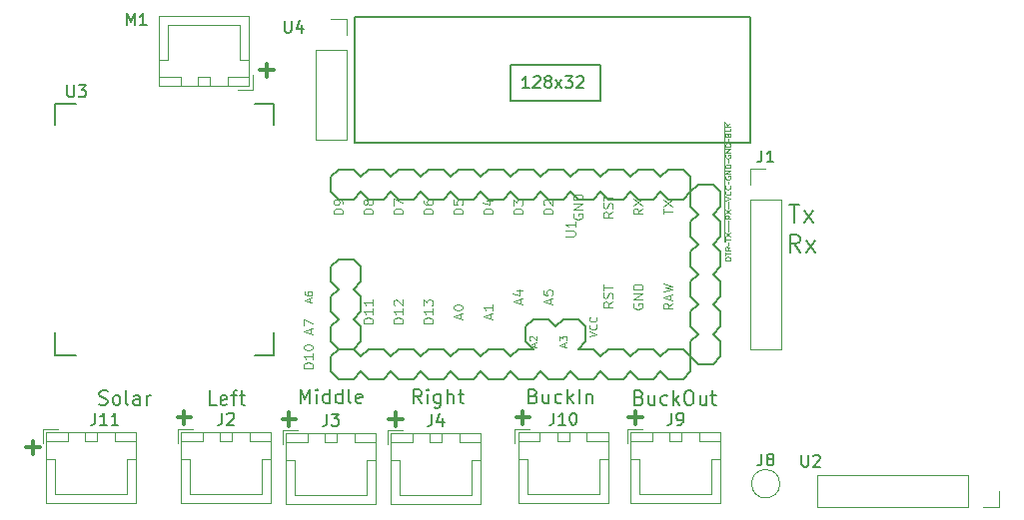
<source format=gbr>
G04 #@! TF.GenerationSoftware,KiCad,Pcbnew,5.0.2-bee76a0~70~ubuntu18.04.1*
G04 #@! TF.CreationDate,2020-05-13T22:27:55-07:00*
G04 #@! TF.ProjectId,auto-chicken-coop-door,6175746f-2d63-4686-9963-6b656e2d636f,rev?*
G04 #@! TF.SameCoordinates,Original*
G04 #@! TF.FileFunction,Legend,Top*
G04 #@! TF.FilePolarity,Positive*
%FSLAX46Y46*%
G04 Gerber Fmt 4.6, Leading zero omitted, Abs format (unit mm)*
G04 Created by KiCad (PCBNEW 5.0.2-bee76a0~70~ubuntu18.04.1) date Wed 13 May 2020 10:27:55 PM PDT*
%MOMM*%
%LPD*%
G01*
G04 APERTURE LIST*
%ADD10C,0.200000*%
%ADD11C,0.300000*%
%ADD12C,0.120000*%
%ADD13C,0.150000*%
%ADD14C,0.127000*%
%ADD15C,0.015000*%
G04 APERTURE END LIST*
D10*
X184226571Y-108245285D02*
X184398000Y-108302428D01*
X184455142Y-108359571D01*
X184512285Y-108473857D01*
X184512285Y-108645285D01*
X184455142Y-108759571D01*
X184398000Y-108816714D01*
X184283714Y-108873857D01*
X183826571Y-108873857D01*
X183826571Y-107673857D01*
X184226571Y-107673857D01*
X184340857Y-107731000D01*
X184398000Y-107788142D01*
X184455142Y-107902428D01*
X184455142Y-108016714D01*
X184398000Y-108131000D01*
X184340857Y-108188142D01*
X184226571Y-108245285D01*
X183826571Y-108245285D01*
X185540857Y-108073857D02*
X185540857Y-108873857D01*
X185026571Y-108073857D02*
X185026571Y-108702428D01*
X185083714Y-108816714D01*
X185198000Y-108873857D01*
X185369428Y-108873857D01*
X185483714Y-108816714D01*
X185540857Y-108759571D01*
X186626571Y-108816714D02*
X186512285Y-108873857D01*
X186283714Y-108873857D01*
X186169428Y-108816714D01*
X186112285Y-108759571D01*
X186055142Y-108645285D01*
X186055142Y-108302428D01*
X186112285Y-108188142D01*
X186169428Y-108131000D01*
X186283714Y-108073857D01*
X186512285Y-108073857D01*
X186626571Y-108131000D01*
X187140857Y-108873857D02*
X187140857Y-107673857D01*
X187255142Y-108416714D02*
X187598000Y-108873857D01*
X187598000Y-108073857D02*
X187140857Y-108531000D01*
X188340857Y-107673857D02*
X188569428Y-107673857D01*
X188683714Y-107731000D01*
X188798000Y-107845285D01*
X188855142Y-108073857D01*
X188855142Y-108473857D01*
X188798000Y-108702428D01*
X188683714Y-108816714D01*
X188569428Y-108873857D01*
X188340857Y-108873857D01*
X188226571Y-108816714D01*
X188112285Y-108702428D01*
X188055142Y-108473857D01*
X188055142Y-108073857D01*
X188112285Y-107845285D01*
X188226571Y-107731000D01*
X188340857Y-107673857D01*
X189883714Y-108073857D02*
X189883714Y-108873857D01*
X189369428Y-108073857D02*
X189369428Y-108702428D01*
X189426571Y-108816714D01*
X189540857Y-108873857D01*
X189712285Y-108873857D01*
X189826571Y-108816714D01*
X189883714Y-108759571D01*
X190283714Y-108073857D02*
X190740857Y-108073857D01*
X190455142Y-107673857D02*
X190455142Y-108702428D01*
X190512285Y-108816714D01*
X190626571Y-108873857D01*
X190740857Y-108873857D01*
X175260285Y-108118285D02*
X175431714Y-108175428D01*
X175488857Y-108232571D01*
X175546000Y-108346857D01*
X175546000Y-108518285D01*
X175488857Y-108632571D01*
X175431714Y-108689714D01*
X175317428Y-108746857D01*
X174860285Y-108746857D01*
X174860285Y-107546857D01*
X175260285Y-107546857D01*
X175374571Y-107604000D01*
X175431714Y-107661142D01*
X175488857Y-107775428D01*
X175488857Y-107889714D01*
X175431714Y-108004000D01*
X175374571Y-108061142D01*
X175260285Y-108118285D01*
X174860285Y-108118285D01*
X176574571Y-107946857D02*
X176574571Y-108746857D01*
X176060285Y-107946857D02*
X176060285Y-108575428D01*
X176117428Y-108689714D01*
X176231714Y-108746857D01*
X176403142Y-108746857D01*
X176517428Y-108689714D01*
X176574571Y-108632571D01*
X177660285Y-108689714D02*
X177546000Y-108746857D01*
X177317428Y-108746857D01*
X177203142Y-108689714D01*
X177146000Y-108632571D01*
X177088857Y-108518285D01*
X177088857Y-108175428D01*
X177146000Y-108061142D01*
X177203142Y-108004000D01*
X177317428Y-107946857D01*
X177546000Y-107946857D01*
X177660285Y-108004000D01*
X178174571Y-108746857D02*
X178174571Y-107546857D01*
X178288857Y-108289714D02*
X178631714Y-108746857D01*
X178631714Y-107946857D02*
X178174571Y-108404000D01*
X179146000Y-108746857D02*
X179146000Y-107546857D01*
X179717428Y-107946857D02*
X179717428Y-108746857D01*
X179717428Y-108061142D02*
X179774571Y-108004000D01*
X179888857Y-107946857D01*
X180060285Y-107946857D01*
X180174571Y-108004000D01*
X180231714Y-108118285D01*
X180231714Y-108746857D01*
X138474714Y-108816714D02*
X138646142Y-108873857D01*
X138931857Y-108873857D01*
X139046142Y-108816714D01*
X139103285Y-108759571D01*
X139160428Y-108645285D01*
X139160428Y-108531000D01*
X139103285Y-108416714D01*
X139046142Y-108359571D01*
X138931857Y-108302428D01*
X138703285Y-108245285D01*
X138589000Y-108188142D01*
X138531857Y-108131000D01*
X138474714Y-108016714D01*
X138474714Y-107902428D01*
X138531857Y-107788142D01*
X138589000Y-107731000D01*
X138703285Y-107673857D01*
X138989000Y-107673857D01*
X139160428Y-107731000D01*
X139846142Y-108873857D02*
X139731857Y-108816714D01*
X139674714Y-108759571D01*
X139617571Y-108645285D01*
X139617571Y-108302428D01*
X139674714Y-108188142D01*
X139731857Y-108131000D01*
X139846142Y-108073857D01*
X140017571Y-108073857D01*
X140131857Y-108131000D01*
X140189000Y-108188142D01*
X140246142Y-108302428D01*
X140246142Y-108645285D01*
X140189000Y-108759571D01*
X140131857Y-108816714D01*
X140017571Y-108873857D01*
X139846142Y-108873857D01*
X140931857Y-108873857D02*
X140817571Y-108816714D01*
X140760428Y-108702428D01*
X140760428Y-107673857D01*
X141903285Y-108873857D02*
X141903285Y-108245285D01*
X141846142Y-108131000D01*
X141731857Y-108073857D01*
X141503285Y-108073857D01*
X141389000Y-108131000D01*
X141903285Y-108816714D02*
X141789000Y-108873857D01*
X141503285Y-108873857D01*
X141389000Y-108816714D01*
X141331857Y-108702428D01*
X141331857Y-108588142D01*
X141389000Y-108473857D01*
X141503285Y-108416714D01*
X141789000Y-108416714D01*
X141903285Y-108359571D01*
X142474714Y-108873857D02*
X142474714Y-108073857D01*
X142474714Y-108302428D02*
X142531857Y-108188142D01*
X142589000Y-108131000D01*
X142703285Y-108073857D01*
X142817571Y-108073857D01*
X165789142Y-108746857D02*
X165389142Y-108175428D01*
X165103428Y-108746857D02*
X165103428Y-107546857D01*
X165560571Y-107546857D01*
X165674857Y-107604000D01*
X165732000Y-107661142D01*
X165789142Y-107775428D01*
X165789142Y-107946857D01*
X165732000Y-108061142D01*
X165674857Y-108118285D01*
X165560571Y-108175428D01*
X165103428Y-108175428D01*
X166303428Y-108746857D02*
X166303428Y-107946857D01*
X166303428Y-107546857D02*
X166246285Y-107604000D01*
X166303428Y-107661142D01*
X166360571Y-107604000D01*
X166303428Y-107546857D01*
X166303428Y-107661142D01*
X167389142Y-107946857D02*
X167389142Y-108918285D01*
X167332000Y-109032571D01*
X167274857Y-109089714D01*
X167160571Y-109146857D01*
X166989142Y-109146857D01*
X166874857Y-109089714D01*
X167389142Y-108689714D02*
X167274857Y-108746857D01*
X167046285Y-108746857D01*
X166932000Y-108689714D01*
X166874857Y-108632571D01*
X166817714Y-108518285D01*
X166817714Y-108175428D01*
X166874857Y-108061142D01*
X166932000Y-108004000D01*
X167046285Y-107946857D01*
X167274857Y-107946857D01*
X167389142Y-108004000D01*
X167960571Y-108746857D02*
X167960571Y-107546857D01*
X168474857Y-108746857D02*
X168474857Y-108118285D01*
X168417714Y-108004000D01*
X168303428Y-107946857D01*
X168132000Y-107946857D01*
X168017714Y-108004000D01*
X167960571Y-108061142D01*
X168874857Y-107946857D02*
X169332000Y-107946857D01*
X169046285Y-107546857D02*
X169046285Y-108575428D01*
X169103428Y-108689714D01*
X169217714Y-108746857D01*
X169332000Y-108746857D01*
X155515000Y-108746857D02*
X155515000Y-107546857D01*
X155915000Y-108404000D01*
X156315000Y-107546857D01*
X156315000Y-108746857D01*
X156886428Y-108746857D02*
X156886428Y-107946857D01*
X156886428Y-107546857D02*
X156829285Y-107604000D01*
X156886428Y-107661142D01*
X156943571Y-107604000D01*
X156886428Y-107546857D01*
X156886428Y-107661142D01*
X157972142Y-108746857D02*
X157972142Y-107546857D01*
X157972142Y-108689714D02*
X157857857Y-108746857D01*
X157629285Y-108746857D01*
X157515000Y-108689714D01*
X157457857Y-108632571D01*
X157400714Y-108518285D01*
X157400714Y-108175428D01*
X157457857Y-108061142D01*
X157515000Y-108004000D01*
X157629285Y-107946857D01*
X157857857Y-107946857D01*
X157972142Y-108004000D01*
X159057857Y-108746857D02*
X159057857Y-107546857D01*
X159057857Y-108689714D02*
X158943571Y-108746857D01*
X158715000Y-108746857D01*
X158600714Y-108689714D01*
X158543571Y-108632571D01*
X158486428Y-108518285D01*
X158486428Y-108175428D01*
X158543571Y-108061142D01*
X158600714Y-108004000D01*
X158715000Y-107946857D01*
X158943571Y-107946857D01*
X159057857Y-108004000D01*
X159800714Y-108746857D02*
X159686428Y-108689714D01*
X159629285Y-108575428D01*
X159629285Y-107546857D01*
X160715000Y-108689714D02*
X160600714Y-108746857D01*
X160372142Y-108746857D01*
X160257857Y-108689714D01*
X160200714Y-108575428D01*
X160200714Y-108118285D01*
X160257857Y-108004000D01*
X160372142Y-107946857D01*
X160600714Y-107946857D01*
X160715000Y-108004000D01*
X160772142Y-108118285D01*
X160772142Y-108232571D01*
X160200714Y-108346857D01*
X148396428Y-108873857D02*
X147825000Y-108873857D01*
X147825000Y-107673857D01*
X149253571Y-108816714D02*
X149139285Y-108873857D01*
X148910714Y-108873857D01*
X148796428Y-108816714D01*
X148739285Y-108702428D01*
X148739285Y-108245285D01*
X148796428Y-108131000D01*
X148910714Y-108073857D01*
X149139285Y-108073857D01*
X149253571Y-108131000D01*
X149310714Y-108245285D01*
X149310714Y-108359571D01*
X148739285Y-108473857D01*
X149653571Y-108073857D02*
X150110714Y-108073857D01*
X149825000Y-108873857D02*
X149825000Y-107845285D01*
X149882142Y-107731000D01*
X149996428Y-107673857D01*
X150110714Y-107673857D01*
X150339285Y-108073857D02*
X150796428Y-108073857D01*
X150510714Y-107673857D02*
X150510714Y-108702428D01*
X150567857Y-108816714D01*
X150682142Y-108873857D01*
X150796428Y-108873857D01*
X197850142Y-95928571D02*
X197350142Y-95214285D01*
X196993000Y-95928571D02*
X196993000Y-94428571D01*
X197564428Y-94428571D01*
X197707285Y-94500000D01*
X197778714Y-94571428D01*
X197850142Y-94714285D01*
X197850142Y-94928571D01*
X197778714Y-95071428D01*
X197707285Y-95142857D01*
X197564428Y-95214285D01*
X196993000Y-95214285D01*
X198350142Y-95928571D02*
X199135857Y-94928571D01*
X198350142Y-94928571D02*
X199135857Y-95928571D01*
X196957285Y-91888571D02*
X197814428Y-91888571D01*
X197385857Y-93388571D02*
X197385857Y-91888571D01*
X198171571Y-93388571D02*
X198957285Y-92388571D01*
X198171571Y-92388571D02*
X198957285Y-93388571D01*
D11*
X183324571Y-109962142D02*
X184467428Y-109962142D01*
X183896000Y-110533571D02*
X183896000Y-109390714D01*
X173799571Y-109962142D02*
X174942428Y-109962142D01*
X174371000Y-110533571D02*
X174371000Y-109390714D01*
X163004571Y-110089142D02*
X164147428Y-110089142D01*
X163576000Y-110660571D02*
X163576000Y-109517714D01*
X153987571Y-110089142D02*
X155130428Y-110089142D01*
X154559000Y-110660571D02*
X154559000Y-109517714D01*
X145097571Y-109962142D02*
X146240428Y-109962142D01*
X145669000Y-110533571D02*
X145669000Y-109390714D01*
X132270571Y-112502142D02*
X133413428Y-112502142D01*
X132842000Y-113073571D02*
X132842000Y-111930714D01*
X152082571Y-80498142D02*
X153225428Y-80498142D01*
X152654000Y-81069571D02*
X152654000Y-79926714D01*
D12*
G04 #@! TO.C,J1*
X193615000Y-104200000D02*
X196275000Y-104200000D01*
X193615000Y-91440000D02*
X193615000Y-104200000D01*
X196275000Y-91440000D02*
X196275000Y-104200000D01*
X193615000Y-91440000D02*
X196275000Y-91440000D01*
X193615000Y-90170000D02*
X193615000Y-88840000D01*
X193615000Y-88840000D02*
X194945000Y-88840000D01*
G04 #@! TO.C,J9*
X183495000Y-111205000D02*
X183495000Y-117175000D01*
X183495000Y-117175000D02*
X191115000Y-117175000D01*
X191115000Y-117175000D02*
X191115000Y-111205000D01*
X191115000Y-111205000D02*
X183495000Y-111205000D01*
X186805000Y-111215000D02*
X186805000Y-111965000D01*
X186805000Y-111965000D02*
X187805000Y-111965000D01*
X187805000Y-111965000D02*
X187805000Y-111215000D01*
X187805000Y-111215000D02*
X186805000Y-111215000D01*
X183505000Y-111215000D02*
X183505000Y-111965000D01*
X183505000Y-111965000D02*
X185305000Y-111965000D01*
X185305000Y-111965000D02*
X185305000Y-111215000D01*
X185305000Y-111215000D02*
X183505000Y-111215000D01*
X189305000Y-111215000D02*
X189305000Y-111965000D01*
X189305000Y-111965000D02*
X191105000Y-111965000D01*
X191105000Y-111965000D02*
X191105000Y-111215000D01*
X191105000Y-111215000D02*
X189305000Y-111215000D01*
X183505000Y-113465000D02*
X184255000Y-113465000D01*
X184255000Y-113465000D02*
X184255000Y-116415000D01*
X184255000Y-116415000D02*
X187305000Y-116415000D01*
X191105000Y-113465000D02*
X190355000Y-113465000D01*
X190355000Y-113465000D02*
X190355000Y-116415000D01*
X190355000Y-116415000D02*
X187305000Y-116415000D01*
X184455000Y-110915000D02*
X183205000Y-110915000D01*
X183205000Y-110915000D02*
X183205000Y-112165000D01*
G04 #@! TO.C,J11*
X133675000Y-110915000D02*
X133675000Y-112165000D01*
X134925000Y-110915000D02*
X133675000Y-110915000D01*
X140825000Y-116415000D02*
X137775000Y-116415000D01*
X140825000Y-113465000D02*
X140825000Y-116415000D01*
X141575000Y-113465000D02*
X140825000Y-113465000D01*
X134725000Y-116415000D02*
X137775000Y-116415000D01*
X134725000Y-113465000D02*
X134725000Y-116415000D01*
X133975000Y-113465000D02*
X134725000Y-113465000D01*
X141575000Y-111215000D02*
X139775000Y-111215000D01*
X141575000Y-111965000D02*
X141575000Y-111215000D01*
X139775000Y-111965000D02*
X141575000Y-111965000D01*
X139775000Y-111215000D02*
X139775000Y-111965000D01*
X135775000Y-111215000D02*
X133975000Y-111215000D01*
X135775000Y-111965000D02*
X135775000Y-111215000D01*
X133975000Y-111965000D02*
X135775000Y-111965000D01*
X133975000Y-111215000D02*
X133975000Y-111965000D01*
X138275000Y-111215000D02*
X137275000Y-111215000D01*
X138275000Y-111965000D02*
X138275000Y-111215000D01*
X137275000Y-111965000D02*
X138275000Y-111965000D01*
X137275000Y-111215000D02*
X137275000Y-111965000D01*
X141585000Y-111205000D02*
X133965000Y-111205000D01*
X141585000Y-117175000D02*
X141585000Y-111205000D01*
X133965000Y-117175000D02*
X141585000Y-117175000D01*
X133965000Y-111205000D02*
X133965000Y-117175000D01*
G04 #@! TO.C,J10*
X173970000Y-111205000D02*
X173970000Y-117175000D01*
X173970000Y-117175000D02*
X181590000Y-117175000D01*
X181590000Y-117175000D02*
X181590000Y-111205000D01*
X181590000Y-111205000D02*
X173970000Y-111205000D01*
X177280000Y-111215000D02*
X177280000Y-111965000D01*
X177280000Y-111965000D02*
X178280000Y-111965000D01*
X178280000Y-111965000D02*
X178280000Y-111215000D01*
X178280000Y-111215000D02*
X177280000Y-111215000D01*
X173980000Y-111215000D02*
X173980000Y-111965000D01*
X173980000Y-111965000D02*
X175780000Y-111965000D01*
X175780000Y-111965000D02*
X175780000Y-111215000D01*
X175780000Y-111215000D02*
X173980000Y-111215000D01*
X179780000Y-111215000D02*
X179780000Y-111965000D01*
X179780000Y-111965000D02*
X181580000Y-111965000D01*
X181580000Y-111965000D02*
X181580000Y-111215000D01*
X181580000Y-111215000D02*
X179780000Y-111215000D01*
X173980000Y-113465000D02*
X174730000Y-113465000D01*
X174730000Y-113465000D02*
X174730000Y-116415000D01*
X174730000Y-116415000D02*
X177780000Y-116415000D01*
X181580000Y-113465000D02*
X180830000Y-113465000D01*
X180830000Y-113465000D02*
X180830000Y-116415000D01*
X180830000Y-116415000D02*
X177780000Y-116415000D01*
X174930000Y-110915000D02*
X173680000Y-110915000D01*
X173680000Y-110915000D02*
X173680000Y-112165000D01*
G04 #@! TO.C,J8*
X196145000Y-115570000D02*
G75*
G03X196145000Y-115570000I-1200000J0D01*
G01*
G04 #@! TO.C,U2*
X212090000Y-114875000D02*
X212090000Y-117535000D01*
X212090000Y-114875000D02*
X199330000Y-114875000D01*
X199330000Y-114875000D02*
X199330000Y-117535000D01*
X212090000Y-117535000D02*
X199330000Y-117535000D01*
X214690000Y-117535000D02*
X213360000Y-117535000D01*
X214690000Y-116205000D02*
X214690000Y-117535000D01*
D13*
G04 #@! TO.C,U3*
X134747000Y-85090000D02*
X134747000Y-83312000D01*
X134747000Y-83312000D02*
X136525000Y-83312000D01*
X134747000Y-102743000D02*
X134747000Y-104648000D01*
X134747000Y-104648000D02*
X136525000Y-104648000D01*
X151638000Y-104648000D02*
X153289000Y-104648000D01*
X153289000Y-104648000D02*
X153289000Y-102743000D01*
X151638000Y-83312000D02*
X153289000Y-83312000D01*
X153289000Y-83312000D02*
X153289000Y-85090000D01*
D12*
G04 #@! TO.C,M1*
X151150000Y-81835000D02*
X151150000Y-75865000D01*
X151150000Y-75865000D02*
X143530000Y-75865000D01*
X143530000Y-75865000D02*
X143530000Y-81835000D01*
X143530000Y-81835000D02*
X151150000Y-81835000D01*
X147840000Y-81825000D02*
X147840000Y-81075000D01*
X147840000Y-81075000D02*
X146840000Y-81075000D01*
X146840000Y-81075000D02*
X146840000Y-81825000D01*
X146840000Y-81825000D02*
X147840000Y-81825000D01*
X151140000Y-81825000D02*
X151140000Y-81075000D01*
X151140000Y-81075000D02*
X149340000Y-81075000D01*
X149340000Y-81075000D02*
X149340000Y-81825000D01*
X149340000Y-81825000D02*
X151140000Y-81825000D01*
X145340000Y-81825000D02*
X145340000Y-81075000D01*
X145340000Y-81075000D02*
X143540000Y-81075000D01*
X143540000Y-81075000D02*
X143540000Y-81825000D01*
X143540000Y-81825000D02*
X145340000Y-81825000D01*
X151140000Y-79575000D02*
X150390000Y-79575000D01*
X150390000Y-79575000D02*
X150390000Y-76625000D01*
X150390000Y-76625000D02*
X147340000Y-76625000D01*
X143540000Y-79575000D02*
X144290000Y-79575000D01*
X144290000Y-79575000D02*
X144290000Y-76625000D01*
X144290000Y-76625000D02*
X147340000Y-76625000D01*
X150190000Y-82125000D02*
X151440000Y-82125000D01*
X151440000Y-82125000D02*
X151440000Y-80875000D01*
G04 #@! TO.C,J4*
X162885000Y-110996001D02*
X162885000Y-112246001D01*
X164135000Y-110996001D02*
X162885000Y-110996001D01*
X170035000Y-116496001D02*
X166985000Y-116496001D01*
X170035000Y-113546001D02*
X170035000Y-116496001D01*
X170785000Y-113546001D02*
X170035000Y-113546001D01*
X163935000Y-116496001D02*
X166985000Y-116496001D01*
X163935000Y-113546001D02*
X163935000Y-116496001D01*
X163185000Y-113546001D02*
X163935000Y-113546001D01*
X170785000Y-111296001D02*
X168985000Y-111296001D01*
X170785000Y-112046001D02*
X170785000Y-111296001D01*
X168985000Y-112046001D02*
X170785000Y-112046001D01*
X168985000Y-111296001D02*
X168985000Y-112046001D01*
X164985000Y-111296001D02*
X163185000Y-111296001D01*
X164985000Y-112046001D02*
X164985000Y-111296001D01*
X163185000Y-112046001D02*
X164985000Y-112046001D01*
X163185000Y-111296001D02*
X163185000Y-112046001D01*
X167485000Y-111296001D02*
X166485000Y-111296001D01*
X167485000Y-112046001D02*
X167485000Y-111296001D01*
X166485000Y-112046001D02*
X167485000Y-112046001D01*
X166485000Y-111296001D02*
X166485000Y-112046001D01*
X170795000Y-111286001D02*
X163175000Y-111286001D01*
X170795000Y-117256001D02*
X170795000Y-111286001D01*
X163175000Y-117256001D02*
X170795000Y-117256001D01*
X163175000Y-111286001D02*
X163175000Y-117256001D01*
G04 #@! TO.C,J3*
X154285000Y-111286001D02*
X154285000Y-117256001D01*
X154285000Y-117256001D02*
X161905000Y-117256001D01*
X161905000Y-117256001D02*
X161905000Y-111286001D01*
X161905000Y-111286001D02*
X154285000Y-111286001D01*
X157595000Y-111296001D02*
X157595000Y-112046001D01*
X157595000Y-112046001D02*
X158595000Y-112046001D01*
X158595000Y-112046001D02*
X158595000Y-111296001D01*
X158595000Y-111296001D02*
X157595000Y-111296001D01*
X154295000Y-111296001D02*
X154295000Y-112046001D01*
X154295000Y-112046001D02*
X156095000Y-112046001D01*
X156095000Y-112046001D02*
X156095000Y-111296001D01*
X156095000Y-111296001D02*
X154295000Y-111296001D01*
X160095000Y-111296001D02*
X160095000Y-112046001D01*
X160095000Y-112046001D02*
X161895000Y-112046001D01*
X161895000Y-112046001D02*
X161895000Y-111296001D01*
X161895000Y-111296001D02*
X160095000Y-111296001D01*
X154295000Y-113546001D02*
X155045000Y-113546001D01*
X155045000Y-113546001D02*
X155045000Y-116496001D01*
X155045000Y-116496001D02*
X158095000Y-116496001D01*
X161895000Y-113546001D02*
X161145000Y-113546001D01*
X161145000Y-113546001D02*
X161145000Y-116496001D01*
X161145000Y-116496001D02*
X158095000Y-116496001D01*
X155245000Y-110996001D02*
X153995000Y-110996001D01*
X153995000Y-110996001D02*
X153995000Y-112246001D01*
G04 #@! TO.C,J2*
X145395000Y-111205000D02*
X145395000Y-117175000D01*
X145395000Y-117175000D02*
X153015000Y-117175000D01*
X153015000Y-117175000D02*
X153015000Y-111205000D01*
X153015000Y-111205000D02*
X145395000Y-111205000D01*
X148705000Y-111215000D02*
X148705000Y-111965000D01*
X148705000Y-111965000D02*
X149705000Y-111965000D01*
X149705000Y-111965000D02*
X149705000Y-111215000D01*
X149705000Y-111215000D02*
X148705000Y-111215000D01*
X145405000Y-111215000D02*
X145405000Y-111965000D01*
X145405000Y-111965000D02*
X147205000Y-111965000D01*
X147205000Y-111965000D02*
X147205000Y-111215000D01*
X147205000Y-111215000D02*
X145405000Y-111215000D01*
X151205000Y-111215000D02*
X151205000Y-111965000D01*
X151205000Y-111965000D02*
X153005000Y-111965000D01*
X153005000Y-111965000D02*
X153005000Y-111215000D01*
X153005000Y-111215000D02*
X151205000Y-111215000D01*
X145405000Y-113465000D02*
X146155000Y-113465000D01*
X146155000Y-113465000D02*
X146155000Y-116415000D01*
X146155000Y-116415000D02*
X149205000Y-116415000D01*
X153005000Y-113465000D02*
X152255000Y-113465000D01*
X152255000Y-113465000D02*
X152255000Y-116415000D01*
X152255000Y-116415000D02*
X149205000Y-116415000D01*
X146355000Y-110915000D02*
X145105000Y-110915000D01*
X145105000Y-110915000D02*
X145105000Y-112165000D01*
G04 #@! TO.C,U4*
X156785000Y-78740000D02*
X159445000Y-78740000D01*
X156785000Y-78740000D02*
X156785000Y-86420000D01*
X156785000Y-86420000D02*
X159445000Y-86420000D01*
X159445000Y-78740000D02*
X159445000Y-86420000D01*
X159445000Y-76140000D02*
X159445000Y-77470000D01*
X158115000Y-76140000D02*
X159445000Y-76140000D01*
D13*
X160147000Y-75946000D02*
X193675000Y-75946000D01*
X193675000Y-75946000D02*
X193675000Y-86614000D01*
X193675000Y-86614000D02*
X160147000Y-86614000D01*
X160147000Y-86614000D02*
X160147000Y-75946000D01*
X173355000Y-80010000D02*
X180975000Y-80010000D01*
X180975000Y-80010000D02*
X180975000Y-83058000D01*
X180975000Y-83058000D02*
X173355000Y-83058000D01*
X173355000Y-83058000D02*
X173355000Y-80010000D01*
D14*
G04 #@! TO.C,U1*
X179070000Y-104140000D02*
X179705000Y-103505000D01*
X174625000Y-103505000D02*
X175260000Y-104140000D01*
X177165000Y-102235000D02*
X176530000Y-101600000D01*
X179705000Y-102235000D02*
X179070000Y-101600000D01*
X176530000Y-101600000D02*
X175260000Y-101600000D01*
X179070000Y-101600000D02*
X177800000Y-101600000D01*
X177800000Y-101600000D02*
X177165000Y-102235000D01*
X175260000Y-101600000D02*
X174625000Y-102235000D01*
X179705000Y-102235000D02*
X179705000Y-103505000D01*
X174625000Y-102235000D02*
X174625000Y-103505000D01*
X160020000Y-104140000D02*
X160655000Y-103505000D01*
X160020000Y-96520000D02*
X158750000Y-96520000D01*
X158115000Y-103505000D02*
X158115000Y-102235000D01*
X160655000Y-103505000D02*
X160655000Y-102235000D01*
X160655000Y-98425000D02*
X160655000Y-97155000D01*
X160655000Y-100965000D02*
X160655000Y-99695000D01*
X158750000Y-99060000D02*
X158115000Y-99695000D01*
X158750000Y-101600000D02*
X158115000Y-102235000D01*
X160020000Y-99060000D02*
X160655000Y-98425000D01*
X160020000Y-101600000D02*
X160655000Y-100965000D01*
X158115000Y-100965000D02*
X158115000Y-99695000D01*
X158115000Y-97155000D02*
X158115000Y-98425000D01*
X158750000Y-96520000D02*
X158115000Y-97155000D01*
X158115000Y-98425000D02*
X158750000Y-99060000D01*
X158115000Y-100965000D02*
X158750000Y-101600000D01*
X158115000Y-103505000D02*
X158750000Y-104140000D01*
X160655000Y-102235000D02*
X160020000Y-101600000D01*
X160655000Y-99695000D02*
X160020000Y-99060000D01*
X160655000Y-97155000D02*
X160020000Y-96520000D01*
X188595000Y-102235000D02*
X188595000Y-100965000D01*
X188595000Y-99695000D02*
X188595000Y-98425000D01*
X191135000Y-97155000D02*
X191135000Y-95885000D01*
X188595000Y-97155000D02*
X188595000Y-95885000D01*
X188595000Y-97155000D02*
X189230000Y-97790000D01*
X188595000Y-94615000D02*
X188595000Y-93345000D01*
X188595000Y-94615000D02*
X189230000Y-95250000D01*
X191135000Y-94615000D02*
X191135000Y-93345000D01*
X191135000Y-99695000D02*
X191135000Y-98425000D01*
X191135000Y-102235000D02*
X191135000Y-100965000D01*
X191135000Y-103505000D02*
X190500000Y-102870000D01*
X191135000Y-100965000D02*
X190500000Y-100330000D01*
X191135000Y-98425000D02*
X190500000Y-97790000D01*
X191135000Y-95885000D02*
X190500000Y-95250000D01*
X191135000Y-93345000D02*
X190500000Y-92710000D01*
X190500000Y-102870000D02*
X191135000Y-102235000D01*
X190500000Y-100330000D02*
X191135000Y-99695000D01*
X190500000Y-97790000D02*
X191135000Y-97155000D01*
X190500000Y-95250000D02*
X191135000Y-94615000D01*
X189230000Y-102870000D02*
X188595000Y-103505000D01*
X189230000Y-100330000D02*
X188595000Y-100965000D01*
X189230000Y-97790000D02*
X188595000Y-98425000D01*
X189230000Y-95250000D02*
X188595000Y-95885000D01*
X189230000Y-92710000D02*
X188595000Y-93345000D01*
X188595000Y-102235000D02*
X189230000Y-102870000D01*
X188595000Y-99695000D02*
X189230000Y-100330000D01*
X188595000Y-92075000D02*
X189230000Y-92710000D01*
X189230000Y-90170000D02*
X188595000Y-90805000D01*
X188595000Y-92075000D02*
X188595000Y-90805000D01*
X191135000Y-92075000D02*
X191135000Y-90805000D01*
X190500000Y-92710000D02*
X191135000Y-92075000D01*
X191135000Y-90805000D02*
X190500000Y-90170000D01*
X190500000Y-90170000D02*
X189230000Y-90170000D01*
X188595000Y-90805000D02*
X188595000Y-89535000D01*
X173990000Y-88900000D02*
X173355000Y-89535000D01*
X175260000Y-88900000D02*
X173990000Y-88900000D01*
X175895000Y-89535000D02*
X175260000Y-88900000D01*
X175260000Y-91440000D02*
X175895000Y-90805000D01*
X173990000Y-91440000D02*
X175260000Y-91440000D01*
X173355000Y-90805000D02*
X173990000Y-91440000D01*
X188595000Y-104775000D02*
X188595000Y-103505000D01*
X188595000Y-104775000D02*
X187960000Y-104140000D01*
X188595000Y-106045000D02*
X188595000Y-104775000D01*
X186690000Y-104140000D02*
X186055000Y-104775000D01*
X187960000Y-104140000D02*
X186690000Y-104140000D01*
X187960000Y-106680000D02*
X188595000Y-106045000D01*
X186690000Y-106680000D02*
X187960000Y-106680000D01*
X186055000Y-106045000D02*
X186690000Y-106680000D01*
X184150000Y-104140000D02*
X183515000Y-104775000D01*
X185420000Y-104140000D02*
X184150000Y-104140000D01*
X186055000Y-104775000D02*
X185420000Y-104140000D01*
X185420000Y-106680000D02*
X186055000Y-106045000D01*
X184150000Y-106680000D02*
X185420000Y-106680000D01*
X183515000Y-106045000D02*
X184150000Y-106680000D01*
X181610000Y-104140000D02*
X180975000Y-104775000D01*
X182880000Y-104140000D02*
X181610000Y-104140000D01*
X183515000Y-104775000D02*
X182880000Y-104140000D01*
X182880000Y-106680000D02*
X183515000Y-106045000D01*
X181610000Y-106680000D02*
X182880000Y-106680000D01*
X180975000Y-106045000D02*
X181610000Y-106680000D01*
X180340000Y-104140000D02*
X179070000Y-104140000D01*
X180975000Y-104775000D02*
X180340000Y-104140000D01*
X180340000Y-106680000D02*
X180975000Y-106045000D01*
X179070000Y-106680000D02*
X180340000Y-106680000D01*
X178435000Y-106045000D02*
X179070000Y-106680000D01*
X177800000Y-106680000D02*
X178435000Y-106045000D01*
X176530000Y-106680000D02*
X177800000Y-106680000D01*
X175895000Y-106045000D02*
X176530000Y-106680000D01*
X158750000Y-104140000D02*
X158115000Y-104775000D01*
X160020000Y-104140000D02*
X158750000Y-104140000D01*
X160655000Y-104775000D02*
X160020000Y-104140000D01*
X161290000Y-104140000D02*
X160655000Y-104775000D01*
X162560000Y-104140000D02*
X161290000Y-104140000D01*
X163195000Y-104775000D02*
X162560000Y-104140000D01*
X163830000Y-104140000D02*
X163195000Y-104775000D01*
X165100000Y-104140000D02*
X163830000Y-104140000D01*
X165735000Y-104775000D02*
X165100000Y-104140000D01*
X166370000Y-104140000D02*
X165735000Y-104775000D01*
X167640000Y-104140000D02*
X166370000Y-104140000D01*
X168275000Y-104775000D02*
X167640000Y-104140000D01*
X168910000Y-104140000D02*
X168275000Y-104775000D01*
X170180000Y-104140000D02*
X168910000Y-104140000D01*
X170815000Y-104775000D02*
X170180000Y-104140000D01*
X171450000Y-104140000D02*
X170815000Y-104775000D01*
X172720000Y-104140000D02*
X171450000Y-104140000D01*
X173355000Y-104775000D02*
X172720000Y-104140000D01*
X173990000Y-104140000D02*
X173355000Y-104775000D01*
X175260000Y-104140000D02*
X173990000Y-104140000D01*
X191135000Y-104775000D02*
X191135000Y-103505000D01*
X190500000Y-105410000D02*
X191135000Y-104775000D01*
X189230000Y-105410000D02*
X190500000Y-105410000D01*
X188595000Y-104775000D02*
X189230000Y-105410000D01*
X175260000Y-106680000D02*
X175895000Y-106045000D01*
X173990000Y-106680000D02*
X175260000Y-106680000D01*
X173355000Y-106045000D02*
X173990000Y-106680000D01*
X172720000Y-106680000D02*
X173355000Y-106045000D01*
X171450000Y-106680000D02*
X172720000Y-106680000D01*
X170815000Y-106045000D02*
X171450000Y-106680000D01*
X170180000Y-106680000D02*
X170815000Y-106045000D01*
X168910000Y-106680000D02*
X170180000Y-106680000D01*
X168275000Y-106045000D02*
X168910000Y-106680000D01*
X167640000Y-106680000D02*
X168275000Y-106045000D01*
X166370000Y-106680000D02*
X167640000Y-106680000D01*
X165735000Y-106045000D02*
X166370000Y-106680000D01*
X165100000Y-106680000D02*
X165735000Y-106045000D01*
X163830000Y-106680000D02*
X165100000Y-106680000D01*
X163195000Y-106045000D02*
X163830000Y-106680000D01*
X162560000Y-106680000D02*
X163195000Y-106045000D01*
X161290000Y-106680000D02*
X162560000Y-106680000D01*
X160655000Y-106045000D02*
X161290000Y-106680000D01*
X160020000Y-106680000D02*
X160655000Y-106045000D01*
X158750000Y-106680000D02*
X160020000Y-106680000D01*
X158115000Y-106045000D02*
X158750000Y-106680000D01*
X158115000Y-104775000D02*
X158115000Y-106045000D01*
X176530000Y-88900000D02*
X175895000Y-89535000D01*
X177800000Y-88900000D02*
X176530000Y-88900000D01*
X178435000Y-89535000D02*
X177800000Y-88900000D01*
X179070000Y-88900000D02*
X178435000Y-89535000D01*
X180340000Y-88900000D02*
X179070000Y-88900000D01*
X180975000Y-89535000D02*
X180340000Y-88900000D01*
X181610000Y-88900000D02*
X180975000Y-89535000D01*
X182880000Y-88900000D02*
X181610000Y-88900000D01*
X183515000Y-89535000D02*
X182880000Y-88900000D01*
X184150000Y-88900000D02*
X183515000Y-89535000D01*
X185420000Y-88900000D02*
X184150000Y-88900000D01*
X186055000Y-89535000D02*
X185420000Y-88900000D01*
X186690000Y-88900000D02*
X186055000Y-89535000D01*
X187960000Y-88900000D02*
X186690000Y-88900000D01*
X188595000Y-89535000D02*
X187960000Y-88900000D01*
X187960000Y-91440000D02*
X188595000Y-90805000D01*
X186690000Y-91440000D02*
X187960000Y-91440000D01*
X186055000Y-90805000D02*
X186690000Y-91440000D01*
X185420000Y-91440000D02*
X186055000Y-90805000D01*
X184150000Y-91440000D02*
X185420000Y-91440000D01*
X183515000Y-90805000D02*
X184150000Y-91440000D01*
X182880000Y-91440000D02*
X183515000Y-90805000D01*
X181610000Y-91440000D02*
X182880000Y-91440000D01*
X180975000Y-90805000D02*
X181610000Y-91440000D01*
X180340000Y-91440000D02*
X180975000Y-90805000D01*
X179070000Y-91440000D02*
X180340000Y-91440000D01*
X178435000Y-90805000D02*
X179070000Y-91440000D01*
X177800000Y-91440000D02*
X178435000Y-90805000D01*
X176530000Y-91440000D02*
X177800000Y-91440000D01*
X175895000Y-90805000D02*
X176530000Y-91440000D01*
X161290000Y-91440000D02*
X160655000Y-90805000D01*
X162560000Y-91440000D02*
X161290000Y-91440000D01*
X163195000Y-90805000D02*
X162560000Y-91440000D01*
X163830000Y-91440000D02*
X163195000Y-90805000D01*
X165100000Y-91440000D02*
X163830000Y-91440000D01*
X165735000Y-90805000D02*
X165100000Y-91440000D01*
X166370000Y-91440000D02*
X165735000Y-90805000D01*
X167640000Y-91440000D02*
X166370000Y-91440000D01*
X168275000Y-90805000D02*
X167640000Y-91440000D01*
X168910000Y-91440000D02*
X168275000Y-90805000D01*
X170180000Y-91440000D02*
X168910000Y-91440000D01*
X170815000Y-90805000D02*
X170180000Y-91440000D01*
X171450000Y-91440000D02*
X170815000Y-90805000D01*
X172720000Y-91440000D02*
X171450000Y-91440000D01*
X173355000Y-90805000D02*
X172720000Y-91440000D01*
X172720000Y-88900000D02*
X173355000Y-89535000D01*
X171450000Y-88900000D02*
X172720000Y-88900000D01*
X170815000Y-89535000D02*
X171450000Y-88900000D01*
X170180000Y-88900000D02*
X170815000Y-89535000D01*
X168910000Y-88900000D02*
X170180000Y-88900000D01*
X168275000Y-89535000D02*
X168910000Y-88900000D01*
X167640000Y-88900000D02*
X168275000Y-89535000D01*
X166370000Y-88900000D02*
X167640000Y-88900000D01*
X165735000Y-89535000D02*
X166370000Y-88900000D01*
X165100000Y-88900000D02*
X165735000Y-89535000D01*
X163830000Y-88900000D02*
X165100000Y-88900000D01*
X163195000Y-89535000D02*
X163830000Y-88900000D01*
X162560000Y-88900000D02*
X163195000Y-89535000D01*
X161290000Y-88900000D02*
X162560000Y-88900000D01*
X160655000Y-89535000D02*
X161290000Y-88900000D01*
X160020000Y-91440000D02*
X158750000Y-91440000D01*
X160655000Y-90805000D02*
X160020000Y-91440000D01*
X160020000Y-88900000D02*
X160655000Y-89535000D01*
X158750000Y-88900000D02*
X160020000Y-88900000D01*
X158115000Y-90805000D02*
X158750000Y-91440000D01*
X158115000Y-89535000D02*
X158750000Y-88900000D01*
X158115000Y-89535000D02*
X158115000Y-90805000D01*
G04 #@! TO.C,J1*
D13*
X194611666Y-87292380D02*
X194611666Y-88006666D01*
X194564047Y-88149523D01*
X194468809Y-88244761D01*
X194325952Y-88292380D01*
X194230714Y-88292380D01*
X195611666Y-88292380D02*
X195040238Y-88292380D01*
X195325952Y-88292380D02*
X195325952Y-87292380D01*
X195230714Y-87435238D01*
X195135476Y-87530476D01*
X195040238Y-87578095D01*
G04 #@! TO.C,J9*
X186971666Y-109567380D02*
X186971666Y-110281666D01*
X186924047Y-110424523D01*
X186828809Y-110519761D01*
X186685952Y-110567380D01*
X186590714Y-110567380D01*
X187495476Y-110567380D02*
X187685952Y-110567380D01*
X187781190Y-110519761D01*
X187828809Y-110472142D01*
X187924047Y-110329285D01*
X187971666Y-110138809D01*
X187971666Y-109757857D01*
X187924047Y-109662619D01*
X187876428Y-109615000D01*
X187781190Y-109567380D01*
X187590714Y-109567380D01*
X187495476Y-109615000D01*
X187447857Y-109662619D01*
X187400238Y-109757857D01*
X187400238Y-109995952D01*
X187447857Y-110091190D01*
X187495476Y-110138809D01*
X187590714Y-110186428D01*
X187781190Y-110186428D01*
X187876428Y-110138809D01*
X187924047Y-110091190D01*
X187971666Y-109995952D01*
G04 #@! TO.C,J11*
X138128476Y-109561380D02*
X138128476Y-110275666D01*
X138080857Y-110418523D01*
X137985619Y-110513761D01*
X137842761Y-110561380D01*
X137747523Y-110561380D01*
X139128476Y-110561380D02*
X138557047Y-110561380D01*
X138842761Y-110561380D02*
X138842761Y-109561380D01*
X138747523Y-109704238D01*
X138652285Y-109799476D01*
X138557047Y-109847095D01*
X140080857Y-110561380D02*
X139509428Y-110561380D01*
X139795142Y-110561380D02*
X139795142Y-109561380D01*
X139699904Y-109704238D01*
X139604666Y-109799476D01*
X139509428Y-109847095D01*
G04 #@! TO.C,J10*
X176970476Y-109567380D02*
X176970476Y-110281666D01*
X176922857Y-110424523D01*
X176827619Y-110519761D01*
X176684761Y-110567380D01*
X176589523Y-110567380D01*
X177970476Y-110567380D02*
X177399047Y-110567380D01*
X177684761Y-110567380D02*
X177684761Y-109567380D01*
X177589523Y-109710238D01*
X177494285Y-109805476D01*
X177399047Y-109853095D01*
X178589523Y-109567380D02*
X178684761Y-109567380D01*
X178780000Y-109615000D01*
X178827619Y-109662619D01*
X178875238Y-109757857D01*
X178922857Y-109948333D01*
X178922857Y-110186428D01*
X178875238Y-110376904D01*
X178827619Y-110472142D01*
X178780000Y-110519761D01*
X178684761Y-110567380D01*
X178589523Y-110567380D01*
X178494285Y-110519761D01*
X178446666Y-110472142D01*
X178399047Y-110376904D01*
X178351428Y-110186428D01*
X178351428Y-109948333D01*
X178399047Y-109757857D01*
X178446666Y-109662619D01*
X178494285Y-109615000D01*
X178589523Y-109567380D01*
G04 #@! TO.C,J8*
X194611666Y-113024380D02*
X194611666Y-113738666D01*
X194564047Y-113881523D01*
X194468809Y-113976761D01*
X194325952Y-114024380D01*
X194230714Y-114024380D01*
X195230714Y-113452952D02*
X195135476Y-113405333D01*
X195087857Y-113357714D01*
X195040238Y-113262476D01*
X195040238Y-113214857D01*
X195087857Y-113119619D01*
X195135476Y-113072000D01*
X195230714Y-113024380D01*
X195421190Y-113024380D01*
X195516428Y-113072000D01*
X195564047Y-113119619D01*
X195611666Y-113214857D01*
X195611666Y-113262476D01*
X195564047Y-113357714D01*
X195516428Y-113405333D01*
X195421190Y-113452952D01*
X195230714Y-113452952D01*
X195135476Y-113500571D01*
X195087857Y-113548190D01*
X195040238Y-113643428D01*
X195040238Y-113833904D01*
X195087857Y-113929142D01*
X195135476Y-113976761D01*
X195230714Y-114024380D01*
X195421190Y-114024380D01*
X195516428Y-113976761D01*
X195564047Y-113929142D01*
X195611666Y-113833904D01*
X195611666Y-113643428D01*
X195564047Y-113548190D01*
X195516428Y-113500571D01*
X195421190Y-113452952D01*
G04 #@! TO.C,U2*
X197993095Y-113117380D02*
X197993095Y-113926904D01*
X198040714Y-114022142D01*
X198088333Y-114069761D01*
X198183571Y-114117380D01*
X198374047Y-114117380D01*
X198469285Y-114069761D01*
X198516904Y-114022142D01*
X198564523Y-113926904D01*
X198564523Y-113117380D01*
X198993095Y-113212619D02*
X199040714Y-113165000D01*
X199135952Y-113117380D01*
X199374047Y-113117380D01*
X199469285Y-113165000D01*
X199516904Y-113212619D01*
X199564523Y-113307857D01*
X199564523Y-113403095D01*
X199516904Y-113545952D01*
X198945476Y-114117380D01*
X199564523Y-114117380D01*
G04 #@! TO.C,U3*
X135763095Y-81772380D02*
X135763095Y-82581904D01*
X135810714Y-82677142D01*
X135858333Y-82724761D01*
X135953571Y-82772380D01*
X136144047Y-82772380D01*
X136239285Y-82724761D01*
X136286904Y-82677142D01*
X136334523Y-82581904D01*
X136334523Y-81772380D01*
X136715476Y-81772380D02*
X137334523Y-81772380D01*
X137001190Y-82153333D01*
X137144047Y-82153333D01*
X137239285Y-82200952D01*
X137286904Y-82248571D01*
X137334523Y-82343809D01*
X137334523Y-82581904D01*
X137286904Y-82677142D01*
X137239285Y-82724761D01*
X137144047Y-82772380D01*
X136858333Y-82772380D01*
X136763095Y-82724761D01*
X136715476Y-82677142D01*
G04 #@! TO.C,M1*
X140795476Y-76652380D02*
X140795476Y-75652380D01*
X141128809Y-76366666D01*
X141462142Y-75652380D01*
X141462142Y-76652380D01*
X142462142Y-76652380D02*
X141890714Y-76652380D01*
X142176428Y-76652380D02*
X142176428Y-75652380D01*
X142081190Y-75795238D01*
X141985952Y-75890476D01*
X141890714Y-75938095D01*
G04 #@! TO.C,J4*
X166651666Y-109648381D02*
X166651666Y-110362667D01*
X166604047Y-110505524D01*
X166508809Y-110600762D01*
X166365952Y-110648381D01*
X166270714Y-110648381D01*
X167556428Y-109981715D02*
X167556428Y-110648381D01*
X167318333Y-109600762D02*
X167080238Y-110315048D01*
X167699285Y-110315048D01*
G04 #@! TO.C,J3*
X157761666Y-109648381D02*
X157761666Y-110362667D01*
X157714047Y-110505524D01*
X157618809Y-110600762D01*
X157475952Y-110648381D01*
X157380714Y-110648381D01*
X158142619Y-109648381D02*
X158761666Y-109648381D01*
X158428333Y-110029334D01*
X158571190Y-110029334D01*
X158666428Y-110076953D01*
X158714047Y-110124572D01*
X158761666Y-110219810D01*
X158761666Y-110457905D01*
X158714047Y-110553143D01*
X158666428Y-110600762D01*
X158571190Y-110648381D01*
X158285476Y-110648381D01*
X158190238Y-110600762D01*
X158142619Y-110553143D01*
G04 #@! TO.C,J2*
X148871666Y-109567380D02*
X148871666Y-110281666D01*
X148824047Y-110424523D01*
X148728809Y-110519761D01*
X148585952Y-110567380D01*
X148490714Y-110567380D01*
X149300238Y-109662619D02*
X149347857Y-109615000D01*
X149443095Y-109567380D01*
X149681190Y-109567380D01*
X149776428Y-109615000D01*
X149824047Y-109662619D01*
X149871666Y-109757857D01*
X149871666Y-109853095D01*
X149824047Y-109995952D01*
X149252619Y-110567380D01*
X149871666Y-110567380D01*
G04 #@! TO.C,U4*
X154178095Y-76287380D02*
X154178095Y-77096904D01*
X154225714Y-77192142D01*
X154273333Y-77239761D01*
X154368571Y-77287380D01*
X154559047Y-77287380D01*
X154654285Y-77239761D01*
X154701904Y-77192142D01*
X154749523Y-77096904D01*
X154749523Y-76287380D01*
X155654285Y-76620714D02*
X155654285Y-77287380D01*
X155416190Y-76239761D02*
X155178095Y-76954047D01*
X155797142Y-76954047D01*
X174887190Y-81986380D02*
X174315761Y-81986380D01*
X174601476Y-81986380D02*
X174601476Y-80986380D01*
X174506238Y-81129238D01*
X174411000Y-81224476D01*
X174315761Y-81272095D01*
X175268142Y-81081619D02*
X175315761Y-81034000D01*
X175411000Y-80986380D01*
X175649095Y-80986380D01*
X175744333Y-81034000D01*
X175791952Y-81081619D01*
X175839571Y-81176857D01*
X175839571Y-81272095D01*
X175791952Y-81414952D01*
X175220523Y-81986380D01*
X175839571Y-81986380D01*
X176411000Y-81414952D02*
X176315761Y-81367333D01*
X176268142Y-81319714D01*
X176220523Y-81224476D01*
X176220523Y-81176857D01*
X176268142Y-81081619D01*
X176315761Y-81034000D01*
X176411000Y-80986380D01*
X176601476Y-80986380D01*
X176696714Y-81034000D01*
X176744333Y-81081619D01*
X176791952Y-81176857D01*
X176791952Y-81224476D01*
X176744333Y-81319714D01*
X176696714Y-81367333D01*
X176601476Y-81414952D01*
X176411000Y-81414952D01*
X176315761Y-81462571D01*
X176268142Y-81510190D01*
X176220523Y-81605428D01*
X176220523Y-81795904D01*
X176268142Y-81891142D01*
X176315761Y-81938761D01*
X176411000Y-81986380D01*
X176601476Y-81986380D01*
X176696714Y-81938761D01*
X176744333Y-81891142D01*
X176791952Y-81795904D01*
X176791952Y-81605428D01*
X176744333Y-81510190D01*
X176696714Y-81462571D01*
X176601476Y-81414952D01*
X177125285Y-81986380D02*
X177649095Y-81319714D01*
X177125285Y-81319714D02*
X177649095Y-81986380D01*
X177934809Y-80986380D02*
X178553857Y-80986380D01*
X178220523Y-81367333D01*
X178363380Y-81367333D01*
X178458619Y-81414952D01*
X178506238Y-81462571D01*
X178553857Y-81557809D01*
X178553857Y-81795904D01*
X178506238Y-81891142D01*
X178458619Y-81938761D01*
X178363380Y-81986380D01*
X178077666Y-81986380D01*
X177982428Y-81938761D01*
X177934809Y-81891142D01*
X178934809Y-81081619D02*
X178982428Y-81034000D01*
X179077666Y-80986380D01*
X179315761Y-80986380D01*
X179411000Y-81034000D01*
X179458619Y-81081619D01*
X179506238Y-81176857D01*
X179506238Y-81272095D01*
X179458619Y-81414952D01*
X178887190Y-81986380D01*
X179506238Y-81986380D01*
G04 #@! TO.C,U1*
D15*
X178003803Y-94579925D02*
X178641224Y-94579925D01*
X178716215Y-94542430D01*
X178753710Y-94504934D01*
X178791205Y-94429944D01*
X178791205Y-94279962D01*
X178753710Y-94204972D01*
X178716215Y-94167476D01*
X178641224Y-94129981D01*
X178003803Y-94129981D01*
X178791205Y-93342579D02*
X178791205Y-93792523D01*
X178791205Y-93567551D02*
X178003803Y-93567551D01*
X178116289Y-93642542D01*
X178191280Y-93717532D01*
X178228775Y-93792523D01*
X174123333Y-100266428D02*
X174123333Y-99885476D01*
X174351904Y-100342619D02*
X173551904Y-100075952D01*
X174351904Y-99809285D01*
X173818571Y-99199761D02*
X174351904Y-99199761D01*
X173513809Y-99390238D02*
X174085238Y-99580714D01*
X174085238Y-99085476D01*
X176663333Y-100266428D02*
X176663333Y-99885476D01*
X176891904Y-100342619D02*
X176091904Y-100075952D01*
X176891904Y-99809285D01*
X176091904Y-99161666D02*
X176091904Y-99542619D01*
X176472857Y-99580714D01*
X176434761Y-99542619D01*
X176396666Y-99466428D01*
X176396666Y-99275952D01*
X176434761Y-99199761D01*
X176472857Y-99161666D01*
X176549047Y-99123571D01*
X176739523Y-99123571D01*
X176815714Y-99161666D01*
X176853809Y-99199761D01*
X176891904Y-99275952D01*
X176891904Y-99466428D01*
X176853809Y-99542619D01*
X176815714Y-99580714D01*
X156343333Y-102806428D02*
X156343333Y-102425476D01*
X156571904Y-102882619D02*
X155771904Y-102615952D01*
X156571904Y-102349285D01*
X155771904Y-102158809D02*
X155771904Y-101625476D01*
X156571904Y-101968333D01*
X156316666Y-100152142D02*
X156316666Y-99847380D01*
X156499523Y-100213095D02*
X155859523Y-99999761D01*
X156499523Y-99786428D01*
X155859523Y-99298809D02*
X155859523Y-99420714D01*
X155890000Y-99481666D01*
X155920476Y-99512142D01*
X156011904Y-99573095D01*
X156133809Y-99603571D01*
X156377619Y-99603571D01*
X156438571Y-99573095D01*
X156469047Y-99542619D01*
X156499523Y-99481666D01*
X156499523Y-99359761D01*
X156469047Y-99298809D01*
X156438571Y-99268333D01*
X156377619Y-99237857D01*
X156225238Y-99237857D01*
X156164285Y-99268333D01*
X156133809Y-99298809D01*
X156103333Y-99359761D01*
X156103333Y-99481666D01*
X156133809Y-99542619D01*
X156164285Y-99573095D01*
X156225238Y-99603571D01*
X174351904Y-92665476D02*
X173551904Y-92665476D01*
X173551904Y-92475000D01*
X173590000Y-92360714D01*
X173666190Y-92284523D01*
X173742380Y-92246428D01*
X173894761Y-92208333D01*
X174009047Y-92208333D01*
X174161428Y-92246428D01*
X174237619Y-92284523D01*
X174313809Y-92360714D01*
X174351904Y-92475000D01*
X174351904Y-92665476D01*
X173551904Y-91941666D02*
X173551904Y-91446428D01*
X173856666Y-91713095D01*
X173856666Y-91598809D01*
X173894761Y-91522619D01*
X173932857Y-91484523D01*
X174009047Y-91446428D01*
X174199523Y-91446428D01*
X174275714Y-91484523D01*
X174313809Y-91522619D01*
X174351904Y-91598809D01*
X174351904Y-91827380D01*
X174313809Y-91903571D01*
X174275714Y-91941666D01*
X187051904Y-100247380D02*
X186670952Y-100514047D01*
X187051904Y-100704523D02*
X186251904Y-100704523D01*
X186251904Y-100399761D01*
X186290000Y-100323571D01*
X186328095Y-100285476D01*
X186404285Y-100247380D01*
X186518571Y-100247380D01*
X186594761Y-100285476D01*
X186632857Y-100323571D01*
X186670952Y-100399761D01*
X186670952Y-100704523D01*
X186823333Y-99942619D02*
X186823333Y-99561666D01*
X187051904Y-100018809D02*
X186251904Y-99752142D01*
X187051904Y-99485476D01*
X186251904Y-99295000D02*
X187051904Y-99104523D01*
X186480476Y-98952142D01*
X187051904Y-98799761D01*
X186251904Y-98609285D01*
X183750000Y-100304523D02*
X183711904Y-100380714D01*
X183711904Y-100495000D01*
X183750000Y-100609285D01*
X183826190Y-100685476D01*
X183902380Y-100723571D01*
X184054761Y-100761666D01*
X184169047Y-100761666D01*
X184321428Y-100723571D01*
X184397619Y-100685476D01*
X184473809Y-100609285D01*
X184511904Y-100495000D01*
X184511904Y-100418809D01*
X184473809Y-100304523D01*
X184435714Y-100266428D01*
X184169047Y-100266428D01*
X184169047Y-100418809D01*
X184511904Y-99923571D02*
X183711904Y-99923571D01*
X184511904Y-99466428D01*
X183711904Y-99466428D01*
X184511904Y-99085476D02*
X183711904Y-99085476D01*
X183711904Y-98895000D01*
X183750000Y-98780714D01*
X183826190Y-98704523D01*
X183902380Y-98666428D01*
X184054761Y-98628333D01*
X184169047Y-98628333D01*
X184321428Y-98666428D01*
X184397619Y-98704523D01*
X184473809Y-98780714D01*
X184511904Y-98895000D01*
X184511904Y-99085476D01*
X181971904Y-100133095D02*
X181590952Y-100399761D01*
X181971904Y-100590238D02*
X181171904Y-100590238D01*
X181171904Y-100285476D01*
X181210000Y-100209285D01*
X181248095Y-100171190D01*
X181324285Y-100133095D01*
X181438571Y-100133095D01*
X181514761Y-100171190D01*
X181552857Y-100209285D01*
X181590952Y-100285476D01*
X181590952Y-100590238D01*
X181933809Y-99828333D02*
X181971904Y-99714047D01*
X181971904Y-99523571D01*
X181933809Y-99447380D01*
X181895714Y-99409285D01*
X181819523Y-99371190D01*
X181743333Y-99371190D01*
X181667142Y-99409285D01*
X181629047Y-99447380D01*
X181590952Y-99523571D01*
X181552857Y-99675952D01*
X181514761Y-99752142D01*
X181476666Y-99790238D01*
X181400476Y-99828333D01*
X181324285Y-99828333D01*
X181248095Y-99790238D01*
X181210000Y-99752142D01*
X181171904Y-99675952D01*
X181171904Y-99485476D01*
X181210000Y-99371190D01*
X181171904Y-99142619D02*
X181171904Y-98685476D01*
X181971904Y-98914047D02*
X181171904Y-98914047D01*
X179989523Y-103088333D02*
X180629523Y-102875000D01*
X179989523Y-102661666D01*
X180568571Y-102082619D02*
X180599047Y-102113095D01*
X180629523Y-102204523D01*
X180629523Y-102265476D01*
X180599047Y-102356904D01*
X180538095Y-102417857D01*
X180477142Y-102448333D01*
X180355238Y-102478809D01*
X180263809Y-102478809D01*
X180141904Y-102448333D01*
X180080952Y-102417857D01*
X180020000Y-102356904D01*
X179989523Y-102265476D01*
X179989523Y-102204523D01*
X180020000Y-102113095D01*
X180050476Y-102082619D01*
X180568571Y-101442619D02*
X180599047Y-101473095D01*
X180629523Y-101564523D01*
X180629523Y-101625476D01*
X180599047Y-101716904D01*
X180538095Y-101777857D01*
X180477142Y-101808333D01*
X180355238Y-101838809D01*
X180263809Y-101838809D01*
X180141904Y-101808333D01*
X180080952Y-101777857D01*
X180020000Y-101716904D01*
X179989523Y-101625476D01*
X179989523Y-101564523D01*
X180020000Y-101473095D01*
X180050476Y-101442619D01*
X177906666Y-103962142D02*
X177906666Y-103657380D01*
X178089523Y-104023095D02*
X177449523Y-103809761D01*
X178089523Y-103596428D01*
X177449523Y-103444047D02*
X177449523Y-103047857D01*
X177693333Y-103261190D01*
X177693333Y-103169761D01*
X177723809Y-103108809D01*
X177754285Y-103078333D01*
X177815238Y-103047857D01*
X177967619Y-103047857D01*
X178028571Y-103078333D01*
X178059047Y-103108809D01*
X178089523Y-103169761D01*
X178089523Y-103352619D01*
X178059047Y-103413571D01*
X178028571Y-103444047D01*
X175366666Y-103962142D02*
X175366666Y-103657380D01*
X175549523Y-104023095D02*
X174909523Y-103809761D01*
X175549523Y-103596428D01*
X174970476Y-103413571D02*
X174940000Y-103383095D01*
X174909523Y-103322142D01*
X174909523Y-103169761D01*
X174940000Y-103108809D01*
X174970476Y-103078333D01*
X175031428Y-103047857D01*
X175092380Y-103047857D01*
X175183809Y-103078333D01*
X175549523Y-103444047D01*
X175549523Y-103047857D01*
X171583333Y-101536428D02*
X171583333Y-101155476D01*
X171811904Y-101612619D02*
X171011904Y-101345952D01*
X171811904Y-101079285D01*
X171811904Y-100393571D02*
X171811904Y-100850714D01*
X171811904Y-100622142D02*
X171011904Y-100622142D01*
X171126190Y-100698333D01*
X171202380Y-100774523D01*
X171240476Y-100850714D01*
X169043333Y-101536428D02*
X169043333Y-101155476D01*
X169271904Y-101612619D02*
X168471904Y-101345952D01*
X169271904Y-101079285D01*
X168471904Y-100660238D02*
X168471904Y-100584047D01*
X168510000Y-100507857D01*
X168548095Y-100469761D01*
X168624285Y-100431666D01*
X168776666Y-100393571D01*
X168967142Y-100393571D01*
X169119523Y-100431666D01*
X169195714Y-100469761D01*
X169233809Y-100507857D01*
X169271904Y-100584047D01*
X169271904Y-100660238D01*
X169233809Y-100736428D01*
X169195714Y-100774523D01*
X169119523Y-100812619D01*
X168967142Y-100850714D01*
X168776666Y-100850714D01*
X168624285Y-100812619D01*
X168548095Y-100774523D01*
X168510000Y-100736428D01*
X168471904Y-100660238D01*
X166731904Y-101936428D02*
X165931904Y-101936428D01*
X165931904Y-101745952D01*
X165970000Y-101631666D01*
X166046190Y-101555476D01*
X166122380Y-101517380D01*
X166274761Y-101479285D01*
X166389047Y-101479285D01*
X166541428Y-101517380D01*
X166617619Y-101555476D01*
X166693809Y-101631666D01*
X166731904Y-101745952D01*
X166731904Y-101936428D01*
X166731904Y-100717380D02*
X166731904Y-101174523D01*
X166731904Y-100945952D02*
X165931904Y-100945952D01*
X166046190Y-101022142D01*
X166122380Y-101098333D01*
X166160476Y-101174523D01*
X165931904Y-100450714D02*
X165931904Y-99955476D01*
X166236666Y-100222142D01*
X166236666Y-100107857D01*
X166274761Y-100031666D01*
X166312857Y-99993571D01*
X166389047Y-99955476D01*
X166579523Y-99955476D01*
X166655714Y-99993571D01*
X166693809Y-100031666D01*
X166731904Y-100107857D01*
X166731904Y-100336428D01*
X166693809Y-100412619D01*
X166655714Y-100450714D01*
X164191904Y-101936428D02*
X163391904Y-101936428D01*
X163391904Y-101745952D01*
X163430000Y-101631666D01*
X163506190Y-101555476D01*
X163582380Y-101517380D01*
X163734761Y-101479285D01*
X163849047Y-101479285D01*
X164001428Y-101517380D01*
X164077619Y-101555476D01*
X164153809Y-101631666D01*
X164191904Y-101745952D01*
X164191904Y-101936428D01*
X164191904Y-100717380D02*
X164191904Y-101174523D01*
X164191904Y-100945952D02*
X163391904Y-100945952D01*
X163506190Y-101022142D01*
X163582380Y-101098333D01*
X163620476Y-101174523D01*
X163468095Y-100412619D02*
X163430000Y-100374523D01*
X163391904Y-100298333D01*
X163391904Y-100107857D01*
X163430000Y-100031666D01*
X163468095Y-99993571D01*
X163544285Y-99955476D01*
X163620476Y-99955476D01*
X163734761Y-99993571D01*
X164191904Y-100450714D01*
X164191904Y-99955476D01*
X161651904Y-101936428D02*
X160851904Y-101936428D01*
X160851904Y-101745952D01*
X160890000Y-101631666D01*
X160966190Y-101555476D01*
X161042380Y-101517380D01*
X161194761Y-101479285D01*
X161309047Y-101479285D01*
X161461428Y-101517380D01*
X161537619Y-101555476D01*
X161613809Y-101631666D01*
X161651904Y-101745952D01*
X161651904Y-101936428D01*
X161651904Y-100717380D02*
X161651904Y-101174523D01*
X161651904Y-100945952D02*
X160851904Y-100945952D01*
X160966190Y-101022142D01*
X161042380Y-101098333D01*
X161080476Y-101174523D01*
X161651904Y-99955476D02*
X161651904Y-100412619D01*
X161651904Y-100184047D02*
X160851904Y-100184047D01*
X160966190Y-100260238D01*
X161042380Y-100336428D01*
X161080476Y-100412619D01*
X156571904Y-105746428D02*
X155771904Y-105746428D01*
X155771904Y-105555952D01*
X155810000Y-105441666D01*
X155886190Y-105365476D01*
X155962380Y-105327380D01*
X156114761Y-105289285D01*
X156229047Y-105289285D01*
X156381428Y-105327380D01*
X156457619Y-105365476D01*
X156533809Y-105441666D01*
X156571904Y-105555952D01*
X156571904Y-105746428D01*
X156571904Y-104527380D02*
X156571904Y-104984523D01*
X156571904Y-104755952D02*
X155771904Y-104755952D01*
X155886190Y-104832142D01*
X155962380Y-104908333D01*
X156000476Y-104984523D01*
X155771904Y-104032142D02*
X155771904Y-103955952D01*
X155810000Y-103879761D01*
X155848095Y-103841666D01*
X155924285Y-103803571D01*
X156076666Y-103765476D01*
X156267142Y-103765476D01*
X156419523Y-103803571D01*
X156495714Y-103841666D01*
X156533809Y-103879761D01*
X156571904Y-103955952D01*
X156571904Y-104032142D01*
X156533809Y-104108333D01*
X156495714Y-104146428D01*
X156419523Y-104184523D01*
X156267142Y-104222619D01*
X156076666Y-104222619D01*
X155924285Y-104184523D01*
X155848095Y-104146428D01*
X155810000Y-104108333D01*
X155771904Y-104032142D01*
X159111904Y-92665476D02*
X158311904Y-92665476D01*
X158311904Y-92475000D01*
X158350000Y-92360714D01*
X158426190Y-92284523D01*
X158502380Y-92246428D01*
X158654761Y-92208333D01*
X158769047Y-92208333D01*
X158921428Y-92246428D01*
X158997619Y-92284523D01*
X159073809Y-92360714D01*
X159111904Y-92475000D01*
X159111904Y-92665476D01*
X159111904Y-91827380D02*
X159111904Y-91675000D01*
X159073809Y-91598809D01*
X159035714Y-91560714D01*
X158921428Y-91484523D01*
X158769047Y-91446428D01*
X158464285Y-91446428D01*
X158388095Y-91484523D01*
X158350000Y-91522619D01*
X158311904Y-91598809D01*
X158311904Y-91751190D01*
X158350000Y-91827380D01*
X158388095Y-91865476D01*
X158464285Y-91903571D01*
X158654761Y-91903571D01*
X158730952Y-91865476D01*
X158769047Y-91827380D01*
X158807142Y-91751190D01*
X158807142Y-91598809D01*
X158769047Y-91522619D01*
X158730952Y-91484523D01*
X158654761Y-91446428D01*
X161651904Y-92665476D02*
X160851904Y-92665476D01*
X160851904Y-92475000D01*
X160890000Y-92360714D01*
X160966190Y-92284523D01*
X161042380Y-92246428D01*
X161194761Y-92208333D01*
X161309047Y-92208333D01*
X161461428Y-92246428D01*
X161537619Y-92284523D01*
X161613809Y-92360714D01*
X161651904Y-92475000D01*
X161651904Y-92665476D01*
X161194761Y-91751190D02*
X161156666Y-91827380D01*
X161118571Y-91865476D01*
X161042380Y-91903571D01*
X161004285Y-91903571D01*
X160928095Y-91865476D01*
X160890000Y-91827380D01*
X160851904Y-91751190D01*
X160851904Y-91598809D01*
X160890000Y-91522619D01*
X160928095Y-91484523D01*
X161004285Y-91446428D01*
X161042380Y-91446428D01*
X161118571Y-91484523D01*
X161156666Y-91522619D01*
X161194761Y-91598809D01*
X161194761Y-91751190D01*
X161232857Y-91827380D01*
X161270952Y-91865476D01*
X161347142Y-91903571D01*
X161499523Y-91903571D01*
X161575714Y-91865476D01*
X161613809Y-91827380D01*
X161651904Y-91751190D01*
X161651904Y-91598809D01*
X161613809Y-91522619D01*
X161575714Y-91484523D01*
X161499523Y-91446428D01*
X161347142Y-91446428D01*
X161270952Y-91484523D01*
X161232857Y-91522619D01*
X161194761Y-91598809D01*
X164191904Y-92665476D02*
X163391904Y-92665476D01*
X163391904Y-92475000D01*
X163430000Y-92360714D01*
X163506190Y-92284523D01*
X163582380Y-92246428D01*
X163734761Y-92208333D01*
X163849047Y-92208333D01*
X164001428Y-92246428D01*
X164077619Y-92284523D01*
X164153809Y-92360714D01*
X164191904Y-92475000D01*
X164191904Y-92665476D01*
X163391904Y-91941666D02*
X163391904Y-91408333D01*
X164191904Y-91751190D01*
X166731904Y-92665476D02*
X165931904Y-92665476D01*
X165931904Y-92475000D01*
X165970000Y-92360714D01*
X166046190Y-92284523D01*
X166122380Y-92246428D01*
X166274761Y-92208333D01*
X166389047Y-92208333D01*
X166541428Y-92246428D01*
X166617619Y-92284523D01*
X166693809Y-92360714D01*
X166731904Y-92475000D01*
X166731904Y-92665476D01*
X165931904Y-91522619D02*
X165931904Y-91675000D01*
X165970000Y-91751190D01*
X166008095Y-91789285D01*
X166122380Y-91865476D01*
X166274761Y-91903571D01*
X166579523Y-91903571D01*
X166655714Y-91865476D01*
X166693809Y-91827380D01*
X166731904Y-91751190D01*
X166731904Y-91598809D01*
X166693809Y-91522619D01*
X166655714Y-91484523D01*
X166579523Y-91446428D01*
X166389047Y-91446428D01*
X166312857Y-91484523D01*
X166274761Y-91522619D01*
X166236666Y-91598809D01*
X166236666Y-91751190D01*
X166274761Y-91827380D01*
X166312857Y-91865476D01*
X166389047Y-91903571D01*
X169271904Y-92665476D02*
X168471904Y-92665476D01*
X168471904Y-92475000D01*
X168510000Y-92360714D01*
X168586190Y-92284523D01*
X168662380Y-92246428D01*
X168814761Y-92208333D01*
X168929047Y-92208333D01*
X169081428Y-92246428D01*
X169157619Y-92284523D01*
X169233809Y-92360714D01*
X169271904Y-92475000D01*
X169271904Y-92665476D01*
X168471904Y-91484523D02*
X168471904Y-91865476D01*
X168852857Y-91903571D01*
X168814761Y-91865476D01*
X168776666Y-91789285D01*
X168776666Y-91598809D01*
X168814761Y-91522619D01*
X168852857Y-91484523D01*
X168929047Y-91446428D01*
X169119523Y-91446428D01*
X169195714Y-91484523D01*
X169233809Y-91522619D01*
X169271904Y-91598809D01*
X169271904Y-91789285D01*
X169233809Y-91865476D01*
X169195714Y-91903571D01*
X171811904Y-92665476D02*
X171011904Y-92665476D01*
X171011904Y-92475000D01*
X171050000Y-92360714D01*
X171126190Y-92284523D01*
X171202380Y-92246428D01*
X171354761Y-92208333D01*
X171469047Y-92208333D01*
X171621428Y-92246428D01*
X171697619Y-92284523D01*
X171773809Y-92360714D01*
X171811904Y-92475000D01*
X171811904Y-92665476D01*
X171278571Y-91522619D02*
X171811904Y-91522619D01*
X170973809Y-91713095D02*
X171545238Y-91903571D01*
X171545238Y-91408333D01*
X191987142Y-96599285D02*
X191507142Y-96599285D01*
X191507142Y-96485000D01*
X191530000Y-96416428D01*
X191575714Y-96370714D01*
X191621428Y-96347857D01*
X191712857Y-96325000D01*
X191781428Y-96325000D01*
X191872857Y-96347857D01*
X191918571Y-96370714D01*
X191964285Y-96416428D01*
X191987142Y-96485000D01*
X191987142Y-96599285D01*
X191507142Y-96187857D02*
X191507142Y-95913571D01*
X191987142Y-96050714D02*
X191507142Y-96050714D01*
X191987142Y-95479285D02*
X191758571Y-95639285D01*
X191987142Y-95753571D02*
X191507142Y-95753571D01*
X191507142Y-95570714D01*
X191530000Y-95525000D01*
X191552857Y-95502142D01*
X191598571Y-95479285D01*
X191667142Y-95479285D01*
X191712857Y-95502142D01*
X191735714Y-95525000D01*
X191758571Y-95570714D01*
X191758571Y-95753571D01*
X191804285Y-95342142D02*
X191781428Y-95319285D01*
X191758571Y-95273571D01*
X191804285Y-95182142D01*
X191781428Y-95136428D01*
X191758571Y-95113571D01*
X191404900Y-95045000D02*
X191404900Y-94679285D01*
X191507142Y-94999285D02*
X191507142Y-94725000D01*
X191987142Y-94862142D02*
X191507142Y-94862142D01*
X191404900Y-94679285D02*
X191404900Y-94222142D01*
X191507142Y-94610714D02*
X191987142Y-94290714D01*
X191507142Y-94290714D02*
X191987142Y-94610714D01*
X191404900Y-94222142D02*
X191404900Y-93879285D01*
X191804285Y-94176428D02*
X191781428Y-94153571D01*
X191758571Y-94107857D01*
X191804285Y-94016428D01*
X191781428Y-93970714D01*
X191758571Y-93947857D01*
X191404900Y-93879285D02*
X191404900Y-93536428D01*
X191804285Y-93833571D02*
X191781428Y-93810714D01*
X191758571Y-93765000D01*
X191804285Y-93673571D01*
X191781428Y-93627857D01*
X191758571Y-93605000D01*
X191404900Y-93536428D02*
X191404900Y-93193571D01*
X191804285Y-93490714D02*
X191781428Y-93467857D01*
X191758571Y-93422142D01*
X191804285Y-93330714D01*
X191781428Y-93285000D01*
X191758571Y-93262142D01*
X191404900Y-93193571D02*
X191404900Y-92713571D01*
X191987142Y-92805000D02*
X191758571Y-92965000D01*
X191987142Y-93079285D02*
X191507142Y-93079285D01*
X191507142Y-92896428D01*
X191530000Y-92850714D01*
X191552857Y-92827857D01*
X191598571Y-92805000D01*
X191667142Y-92805000D01*
X191712857Y-92827857D01*
X191735714Y-92850714D01*
X191758571Y-92896428D01*
X191758571Y-93079285D01*
X191404900Y-92713571D02*
X191404900Y-92256428D01*
X191507142Y-92645000D02*
X191987142Y-92325000D01*
X191507142Y-92325000D02*
X191987142Y-92645000D01*
X191404900Y-92256428D02*
X191404900Y-91913571D01*
X191804285Y-92210714D02*
X191781428Y-92187857D01*
X191758571Y-92142142D01*
X191804285Y-92050714D01*
X191781428Y-92005000D01*
X191758571Y-91982142D01*
X191404900Y-91913571D02*
X191404900Y-91570714D01*
X191804285Y-91867857D02*
X191781428Y-91845000D01*
X191758571Y-91799285D01*
X191804285Y-91707857D01*
X191781428Y-91662142D01*
X191758571Y-91639285D01*
X191404900Y-91570714D02*
X191404900Y-91159285D01*
X191507142Y-91525000D02*
X191987142Y-91365000D01*
X191507142Y-91205000D01*
X191404900Y-91159285D02*
X191404900Y-90679285D01*
X191941428Y-90770714D02*
X191964285Y-90793571D01*
X191987142Y-90862142D01*
X191987142Y-90907857D01*
X191964285Y-90976428D01*
X191918571Y-91022142D01*
X191872857Y-91045000D01*
X191781428Y-91067857D01*
X191712857Y-91067857D01*
X191621428Y-91045000D01*
X191575714Y-91022142D01*
X191530000Y-90976428D01*
X191507142Y-90907857D01*
X191507142Y-90862142D01*
X191530000Y-90793571D01*
X191552857Y-90770714D01*
X191404900Y-90679285D02*
X191404900Y-90199285D01*
X191941428Y-90290714D02*
X191964285Y-90313571D01*
X191987142Y-90382142D01*
X191987142Y-90427857D01*
X191964285Y-90496428D01*
X191918571Y-90542142D01*
X191872857Y-90565000D01*
X191781428Y-90587857D01*
X191712857Y-90587857D01*
X191621428Y-90565000D01*
X191575714Y-90542142D01*
X191530000Y-90496428D01*
X191507142Y-90427857D01*
X191507142Y-90382142D01*
X191530000Y-90313571D01*
X191552857Y-90290714D01*
X191404900Y-90199285D02*
X191404900Y-89856428D01*
X191804285Y-90153571D02*
X191781428Y-90130714D01*
X191758571Y-90085000D01*
X191804285Y-89993571D01*
X191781428Y-89947857D01*
X191758571Y-89925000D01*
X191404900Y-89856428D02*
X191404900Y-89376428D01*
X191530000Y-89490714D02*
X191507142Y-89536428D01*
X191507142Y-89605000D01*
X191530000Y-89673571D01*
X191575714Y-89719285D01*
X191621428Y-89742142D01*
X191712857Y-89765000D01*
X191781428Y-89765000D01*
X191872857Y-89742142D01*
X191918571Y-89719285D01*
X191964285Y-89673571D01*
X191987142Y-89605000D01*
X191987142Y-89559285D01*
X191964285Y-89490714D01*
X191941428Y-89467857D01*
X191781428Y-89467857D01*
X191781428Y-89559285D01*
X191404900Y-89376428D02*
X191404900Y-88873571D01*
X191987142Y-89262142D02*
X191507142Y-89262142D01*
X191987142Y-88987857D01*
X191507142Y-88987857D01*
X191404900Y-88873571D02*
X191404900Y-88393571D01*
X191987142Y-88759285D02*
X191507142Y-88759285D01*
X191507142Y-88645000D01*
X191530000Y-88576428D01*
X191575714Y-88530714D01*
X191621428Y-88507857D01*
X191712857Y-88485000D01*
X191781428Y-88485000D01*
X191872857Y-88507857D01*
X191918571Y-88530714D01*
X191964285Y-88576428D01*
X191987142Y-88645000D01*
X191987142Y-88759285D01*
X191404900Y-88393571D02*
X191404900Y-88050714D01*
X191804285Y-88347857D02*
X191781428Y-88325000D01*
X191758571Y-88279285D01*
X191804285Y-88187857D01*
X191781428Y-88142142D01*
X191758571Y-88119285D01*
X191404900Y-88050714D02*
X191404900Y-87570714D01*
X191530000Y-87685000D02*
X191507142Y-87730714D01*
X191507142Y-87799285D01*
X191530000Y-87867857D01*
X191575714Y-87913571D01*
X191621428Y-87936428D01*
X191712857Y-87959285D01*
X191781428Y-87959285D01*
X191872857Y-87936428D01*
X191918571Y-87913571D01*
X191964285Y-87867857D01*
X191987142Y-87799285D01*
X191987142Y-87753571D01*
X191964285Y-87685000D01*
X191941428Y-87662142D01*
X191781428Y-87662142D01*
X191781428Y-87753571D01*
X191404900Y-87570714D02*
X191404900Y-87067857D01*
X191987142Y-87456428D02*
X191507142Y-87456428D01*
X191987142Y-87182142D01*
X191507142Y-87182142D01*
X191404900Y-87067857D02*
X191404900Y-86587857D01*
X191987142Y-86953571D02*
X191507142Y-86953571D01*
X191507142Y-86839285D01*
X191530000Y-86770714D01*
X191575714Y-86725000D01*
X191621428Y-86702142D01*
X191712857Y-86679285D01*
X191781428Y-86679285D01*
X191872857Y-86702142D01*
X191918571Y-86725000D01*
X191964285Y-86770714D01*
X191987142Y-86839285D01*
X191987142Y-86953571D01*
X191404900Y-86587857D02*
X191404900Y-86245000D01*
X191804285Y-86542142D02*
X191781428Y-86519285D01*
X191758571Y-86473571D01*
X191804285Y-86382142D01*
X191781428Y-86336428D01*
X191758571Y-86313571D01*
X191404900Y-86245000D02*
X191404900Y-85765000D01*
X191735714Y-85970714D02*
X191758571Y-85902142D01*
X191781428Y-85879285D01*
X191827142Y-85856428D01*
X191895714Y-85856428D01*
X191941428Y-85879285D01*
X191964285Y-85902142D01*
X191987142Y-85947857D01*
X191987142Y-86130714D01*
X191507142Y-86130714D01*
X191507142Y-85970714D01*
X191530000Y-85925000D01*
X191552857Y-85902142D01*
X191598571Y-85879285D01*
X191644285Y-85879285D01*
X191690000Y-85902142D01*
X191712857Y-85925000D01*
X191735714Y-85970714D01*
X191735714Y-86130714D01*
X191404900Y-85765000D02*
X191404900Y-85376428D01*
X191987142Y-85422142D02*
X191987142Y-85650714D01*
X191507142Y-85650714D01*
X191404900Y-85376428D02*
X191404900Y-84896428D01*
X191987142Y-85262142D02*
X191507142Y-85262142D01*
X191987142Y-84987857D02*
X191712857Y-85193571D01*
X191507142Y-84987857D02*
X191781428Y-85262142D01*
X186251904Y-92684523D02*
X186251904Y-92227380D01*
X187051904Y-92455952D02*
X186251904Y-92455952D01*
X186251904Y-92036904D02*
X187051904Y-91503571D01*
X186251904Y-91503571D02*
X187051904Y-92036904D01*
X184511904Y-92208333D02*
X184130952Y-92475000D01*
X184511904Y-92665476D02*
X183711904Y-92665476D01*
X183711904Y-92360714D01*
X183750000Y-92284523D01*
X183788095Y-92246428D01*
X183864285Y-92208333D01*
X183978571Y-92208333D01*
X184054761Y-92246428D01*
X184092857Y-92284523D01*
X184130952Y-92360714D01*
X184130952Y-92665476D01*
X183711904Y-91941666D02*
X184511904Y-91408333D01*
X183711904Y-91408333D02*
X184511904Y-91941666D01*
X176891904Y-92665476D02*
X176091904Y-92665476D01*
X176091904Y-92475000D01*
X176130000Y-92360714D01*
X176206190Y-92284523D01*
X176282380Y-92246428D01*
X176434761Y-92208333D01*
X176549047Y-92208333D01*
X176701428Y-92246428D01*
X176777619Y-92284523D01*
X176853809Y-92360714D01*
X176891904Y-92475000D01*
X176891904Y-92665476D01*
X176168095Y-91903571D02*
X176130000Y-91865476D01*
X176091904Y-91789285D01*
X176091904Y-91598809D01*
X176130000Y-91522619D01*
X176168095Y-91484523D01*
X176244285Y-91446428D01*
X176320476Y-91446428D01*
X176434761Y-91484523D01*
X176891904Y-91941666D01*
X176891904Y-91446428D01*
X178670000Y-92684523D02*
X178631904Y-92760714D01*
X178631904Y-92875000D01*
X178670000Y-92989285D01*
X178746190Y-93065476D01*
X178822380Y-93103571D01*
X178974761Y-93141666D01*
X179089047Y-93141666D01*
X179241428Y-93103571D01*
X179317619Y-93065476D01*
X179393809Y-92989285D01*
X179431904Y-92875000D01*
X179431904Y-92798809D01*
X179393809Y-92684523D01*
X179355714Y-92646428D01*
X179089047Y-92646428D01*
X179089047Y-92798809D01*
X179431904Y-92303571D02*
X178631904Y-92303571D01*
X179431904Y-91846428D01*
X178631904Y-91846428D01*
X179431904Y-91465476D02*
X178631904Y-91465476D01*
X178631904Y-91275000D01*
X178670000Y-91160714D01*
X178746190Y-91084523D01*
X178822380Y-91046428D01*
X178974761Y-91008333D01*
X179089047Y-91008333D01*
X179241428Y-91046428D01*
X179317619Y-91084523D01*
X179393809Y-91160714D01*
X179431904Y-91275000D01*
X179431904Y-91465476D01*
X181971904Y-92513095D02*
X181590952Y-92779761D01*
X181971904Y-92970238D02*
X181171904Y-92970238D01*
X181171904Y-92665476D01*
X181210000Y-92589285D01*
X181248095Y-92551190D01*
X181324285Y-92513095D01*
X181438571Y-92513095D01*
X181514761Y-92551190D01*
X181552857Y-92589285D01*
X181590952Y-92665476D01*
X181590952Y-92970238D01*
X181933809Y-92208333D02*
X181971904Y-92094047D01*
X181971904Y-91903571D01*
X181933809Y-91827380D01*
X181895714Y-91789285D01*
X181819523Y-91751190D01*
X181743333Y-91751190D01*
X181667142Y-91789285D01*
X181629047Y-91827380D01*
X181590952Y-91903571D01*
X181552857Y-92055952D01*
X181514761Y-92132142D01*
X181476666Y-92170238D01*
X181400476Y-92208333D01*
X181324285Y-92208333D01*
X181248095Y-92170238D01*
X181210000Y-92132142D01*
X181171904Y-92055952D01*
X181171904Y-91865476D01*
X181210000Y-91751190D01*
X181171904Y-91522619D02*
X181171904Y-91065476D01*
X181971904Y-91294047D02*
X181171904Y-91294047D01*
G04 #@! TD*
M02*

</source>
